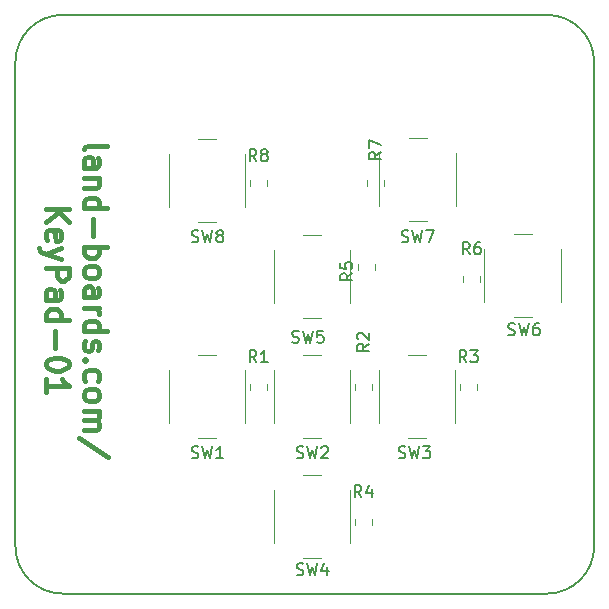
<source format=gto>
G04 #@! TF.GenerationSoftware,KiCad,Pcbnew,(5.0.2)-1*
G04 #@! TF.CreationDate,2019-09-26T13:37:58-04:00*
G04 #@! TF.ProjectId,JoyPad,4a6f7950-6164-42e6-9b69-6361645f7063,X1*
G04 #@! TF.SameCoordinates,Original*
G04 #@! TF.FileFunction,Legend,Top*
G04 #@! TF.FilePolarity,Positive*
%FSLAX46Y46*%
G04 Gerber Fmt 4.6, Leading zero omitted, Abs format (unit mm)*
G04 Created by KiCad (PCBNEW (5.0.2)-1) date 9/26/2019 1:37:58 PM*
%MOMM*%
%LPD*%
G01*
G04 APERTURE LIST*
%ADD10C,0.381000*%
%ADD11C,0.120000*%
%ADD12C,0.150000*%
G04 APERTURE END LIST*
D10*
X5837464Y-11384642D02*
X5928178Y-11203214D01*
X6109607Y-11112499D01*
X7742464Y-11112499D01*
X5837464Y-12926785D02*
X6835321Y-12926785D01*
X7016750Y-12836071D01*
X7107464Y-12654642D01*
X7107464Y-12291785D01*
X7016750Y-12110357D01*
X5928178Y-12926785D02*
X5837464Y-12745357D01*
X5837464Y-12291785D01*
X5928178Y-12110357D01*
X6109607Y-12019642D01*
X6291035Y-12019642D01*
X6472464Y-12110357D01*
X6563178Y-12291785D01*
X6563178Y-12745357D01*
X6653892Y-12926785D01*
X7107464Y-13833928D02*
X5837464Y-13833928D01*
X6926035Y-13833928D02*
X7016750Y-13924642D01*
X7107464Y-14106071D01*
X7107464Y-14378214D01*
X7016750Y-14559642D01*
X6835321Y-14650357D01*
X5837464Y-14650357D01*
X5837464Y-16373928D02*
X7742464Y-16373928D01*
X5928178Y-16373928D02*
X5837464Y-16192499D01*
X5837464Y-15829642D01*
X5928178Y-15648214D01*
X6018892Y-15557499D01*
X6200321Y-15466785D01*
X6744607Y-15466785D01*
X6926035Y-15557499D01*
X7016750Y-15648214D01*
X7107464Y-15829642D01*
X7107464Y-16192499D01*
X7016750Y-16373928D01*
X6563178Y-17281071D02*
X6563178Y-18732499D01*
X5837464Y-19639642D02*
X7742464Y-19639642D01*
X7016750Y-19639642D02*
X7107464Y-19821071D01*
X7107464Y-20183928D01*
X7016750Y-20365357D01*
X6926035Y-20456071D01*
X6744607Y-20546785D01*
X6200321Y-20546785D01*
X6018892Y-20456071D01*
X5928178Y-20365357D01*
X5837464Y-20183928D01*
X5837464Y-19821071D01*
X5928178Y-19639642D01*
X5837464Y-21635357D02*
X5928178Y-21453928D01*
X6018892Y-21363214D01*
X6200321Y-21272500D01*
X6744607Y-21272500D01*
X6926035Y-21363214D01*
X7016750Y-21453928D01*
X7107464Y-21635357D01*
X7107464Y-21907500D01*
X7016750Y-22088928D01*
X6926035Y-22179642D01*
X6744607Y-22270357D01*
X6200321Y-22270357D01*
X6018892Y-22179642D01*
X5928178Y-22088928D01*
X5837464Y-21907500D01*
X5837464Y-21635357D01*
X5837464Y-23903214D02*
X6835321Y-23903214D01*
X7016750Y-23812500D01*
X7107464Y-23631071D01*
X7107464Y-23268214D01*
X7016750Y-23086785D01*
X5928178Y-23903214D02*
X5837464Y-23721785D01*
X5837464Y-23268214D01*
X5928178Y-23086785D01*
X6109607Y-22996071D01*
X6291035Y-22996071D01*
X6472464Y-23086785D01*
X6563178Y-23268214D01*
X6563178Y-23721785D01*
X6653892Y-23903214D01*
X5837464Y-24810357D02*
X7107464Y-24810357D01*
X6744607Y-24810357D02*
X6926035Y-24901071D01*
X7016750Y-24991785D01*
X7107464Y-25173214D01*
X7107464Y-25354642D01*
X5837464Y-26806071D02*
X7742464Y-26806071D01*
X5928178Y-26806071D02*
X5837464Y-26624642D01*
X5837464Y-26261785D01*
X5928178Y-26080357D01*
X6018892Y-25989642D01*
X6200321Y-25898928D01*
X6744607Y-25898928D01*
X6926035Y-25989642D01*
X7016750Y-26080357D01*
X7107464Y-26261785D01*
X7107464Y-26624642D01*
X7016750Y-26806071D01*
X5928178Y-27622500D02*
X5837464Y-27803928D01*
X5837464Y-28166785D01*
X5928178Y-28348214D01*
X6109607Y-28438928D01*
X6200321Y-28438928D01*
X6381749Y-28348214D01*
X6472464Y-28166785D01*
X6472464Y-27894642D01*
X6563178Y-27713214D01*
X6744607Y-27622500D01*
X6835321Y-27622500D01*
X7016749Y-27713214D01*
X7107464Y-27894642D01*
X7107464Y-28166785D01*
X7016749Y-28348214D01*
X6018892Y-29255357D02*
X5928178Y-29346071D01*
X5837464Y-29255357D01*
X5928178Y-29164642D01*
X6018892Y-29255357D01*
X5837464Y-29255357D01*
X5928178Y-30978928D02*
X5837464Y-30797500D01*
X5837464Y-30434642D01*
X5928178Y-30253214D01*
X6018892Y-30162500D01*
X6200321Y-30071785D01*
X6744607Y-30071785D01*
X6926035Y-30162500D01*
X7016749Y-30253214D01*
X7107464Y-30434642D01*
X7107464Y-30797500D01*
X7016749Y-30978928D01*
X5837464Y-32067500D02*
X5928178Y-31886071D01*
X6018892Y-31795357D01*
X6200321Y-31704642D01*
X6744607Y-31704642D01*
X6926035Y-31795357D01*
X7016749Y-31886071D01*
X7107464Y-32067500D01*
X7107464Y-32339642D01*
X7016749Y-32521071D01*
X6926035Y-32611785D01*
X6744607Y-32702500D01*
X6200321Y-32702500D01*
X6018892Y-32611785D01*
X5928178Y-32521071D01*
X5837464Y-32339642D01*
X5837464Y-32067500D01*
X5837464Y-33518928D02*
X7107464Y-33518928D01*
X6926035Y-33518928D02*
X7016749Y-33609642D01*
X7107464Y-33791071D01*
X7107464Y-34063214D01*
X7016749Y-34244642D01*
X6835321Y-34335357D01*
X5837464Y-34335357D01*
X6835321Y-34335357D02*
X7016749Y-34426071D01*
X7107464Y-34607500D01*
X7107464Y-34879642D01*
X7016749Y-35061071D01*
X6835321Y-35151785D01*
X5837464Y-35151785D01*
X7833178Y-37419642D02*
X5383892Y-35786785D01*
X2598964Y-16419285D02*
X4503964Y-16419285D01*
X2598964Y-17507857D02*
X3687535Y-16691428D01*
X4503964Y-17507857D02*
X3415392Y-16419285D01*
X2689678Y-19050000D02*
X2598964Y-18868571D01*
X2598964Y-18505714D01*
X2689678Y-18324285D01*
X2871107Y-18233571D01*
X3596821Y-18233571D01*
X3778250Y-18324285D01*
X3868964Y-18505714D01*
X3868964Y-18868571D01*
X3778250Y-19050000D01*
X3596821Y-19140714D01*
X3415392Y-19140714D01*
X3233964Y-18233571D01*
X3868964Y-19775714D02*
X2598964Y-20229285D01*
X3868964Y-20682857D02*
X2598964Y-20229285D01*
X2145392Y-20047857D01*
X2054678Y-19957142D01*
X1963964Y-19775714D01*
X2598964Y-21408571D02*
X4503964Y-21408571D01*
X4503964Y-22134285D01*
X4413250Y-22315714D01*
X4322535Y-22406428D01*
X4141107Y-22497142D01*
X3868964Y-22497142D01*
X3687535Y-22406428D01*
X3596821Y-22315714D01*
X3506107Y-22134285D01*
X3506107Y-21408571D01*
X2598964Y-24130000D02*
X3596821Y-24130000D01*
X3778250Y-24039285D01*
X3868964Y-23857857D01*
X3868964Y-23495000D01*
X3778250Y-23313571D01*
X2689678Y-24130000D02*
X2598964Y-23948571D01*
X2598964Y-23495000D01*
X2689678Y-23313571D01*
X2871107Y-23222857D01*
X3052535Y-23222857D01*
X3233964Y-23313571D01*
X3324678Y-23495000D01*
X3324678Y-23948571D01*
X3415392Y-24130000D01*
X2598964Y-25853571D02*
X4503964Y-25853571D01*
X2689678Y-25853571D02*
X2598964Y-25672142D01*
X2598964Y-25309285D01*
X2689678Y-25127857D01*
X2780392Y-25037142D01*
X2961821Y-24946428D01*
X3506107Y-24946428D01*
X3687535Y-25037142D01*
X3778250Y-25127857D01*
X3868964Y-25309285D01*
X3868964Y-25672142D01*
X3778249Y-25853571D01*
X3324678Y-26760714D02*
X3324678Y-28212142D01*
X4503964Y-29482142D02*
X4503964Y-29663571D01*
X4413249Y-29845000D01*
X4322535Y-29935714D01*
X4141107Y-30026428D01*
X3778249Y-30117142D01*
X3324678Y-30117142D01*
X2961821Y-30026428D01*
X2780392Y-29935714D01*
X2689678Y-29845000D01*
X2598964Y-29663571D01*
X2598964Y-29482142D01*
X2689678Y-29300714D01*
X2780392Y-29210000D01*
X2961821Y-29119285D01*
X3324678Y-29028571D01*
X3778249Y-29028571D01*
X4141107Y-29119285D01*
X4322535Y-29210000D01*
X4413249Y-29300714D01*
X4503964Y-29482142D01*
X2598964Y-31931428D02*
X2598964Y-30842857D01*
X2598964Y-31387142D02*
X4503964Y-31387142D01*
X4231821Y-31205714D01*
X4050392Y-31024285D01*
X3959678Y-30842857D01*
D11*
G04 #@! TO.C,R1*
X21284000Y-31757252D02*
X21284000Y-31234748D01*
X19864000Y-31757252D02*
X19864000Y-31234748D01*
G04 #@! TO.C,R2*
X28754000Y-31766252D02*
X28754000Y-31243748D01*
X30174000Y-31766252D02*
X30174000Y-31243748D01*
G04 #@! TO.C,R5*
X30428000Y-21597252D02*
X30428000Y-21074748D01*
X29008000Y-21597252D02*
X29008000Y-21074748D01*
G04 #@! TO.C,R6*
X39318000Y-22613252D02*
X39318000Y-22090748D01*
X37898000Y-22613252D02*
X37898000Y-22090748D01*
G04 #@! TO.C,R7*
X29770000Y-14485252D02*
X29770000Y-13962748D01*
X31190000Y-14485252D02*
X31190000Y-13962748D01*
G04 #@! TO.C,R8*
X19864000Y-14485252D02*
X19864000Y-13962748D01*
X21284000Y-14485252D02*
X21284000Y-13962748D01*
G04 #@! TO.C,SW1*
X19470000Y-34560000D02*
X19470000Y-30060000D01*
X15470000Y-35810000D02*
X16970000Y-35810000D01*
X12970000Y-30060000D02*
X12970000Y-34560000D01*
X16970000Y-28810000D02*
X15470000Y-28810000D01*
G04 #@! TO.C,SW2*
X25860000Y-28810000D02*
X24360000Y-28810000D01*
X21860000Y-30060000D02*
X21860000Y-34560000D01*
X24360000Y-35810000D02*
X25860000Y-35810000D01*
X28360000Y-34560000D02*
X28360000Y-30060000D01*
G04 #@! TO.C,SW3*
X37250000Y-34560000D02*
X37250000Y-30060000D01*
X33250000Y-35810000D02*
X34750000Y-35810000D01*
X30750000Y-30060000D02*
X30750000Y-34560000D01*
X34750000Y-28810000D02*
X33250000Y-28810000D01*
G04 #@! TO.C,SW4*
X25860000Y-38970000D02*
X24360000Y-38970000D01*
X21860000Y-40220000D02*
X21860000Y-44720000D01*
X24360000Y-45970000D02*
X25860000Y-45970000D01*
X28360000Y-44720000D02*
X28360000Y-40220000D01*
G04 #@! TO.C,SW5*
X28360000Y-24400000D02*
X28360000Y-19900000D01*
X24360000Y-25650000D02*
X25860000Y-25650000D01*
X21860000Y-19900000D02*
X21860000Y-24400000D01*
X25860000Y-18650000D02*
X24360000Y-18650000D01*
G04 #@! TO.C,SW6*
X42212000Y-25546000D02*
X43712000Y-25546000D01*
X46212000Y-24296000D02*
X46212000Y-19796000D01*
X43712000Y-18546000D02*
X42212000Y-18546000D01*
X39712000Y-19796000D02*
X39712000Y-24296000D01*
G04 #@! TO.C,SW7*
X30822000Y-11668000D02*
X30822000Y-16168000D01*
X34822000Y-10418000D02*
X33322000Y-10418000D01*
X37322000Y-16168000D02*
X37322000Y-11668000D01*
X33322000Y-17418000D02*
X34822000Y-17418000D01*
G04 #@! TO.C,SW8*
X16970000Y-10522000D02*
X15470000Y-10522000D01*
X12970000Y-11772000D02*
X12970000Y-16272000D01*
X15470000Y-17522000D02*
X16970000Y-17522000D01*
X19470000Y-16272000D02*
X19470000Y-11772000D01*
G04 #@! TO.C,R3*
X39064000Y-31757252D02*
X39064000Y-31234748D01*
X37644000Y-31757252D02*
X37644000Y-31234748D01*
G04 #@! TO.C,R4*
X28754000Y-43187252D02*
X28754000Y-42664748D01*
X30174000Y-43187252D02*
X30174000Y-42664748D01*
D12*
G04 #@! TO.C,BD-49X49*
X4000000Y0D02*
G75*
G03X0Y-4000000I0J-4000000D01*
G01*
X49000000Y-4000000D02*
G75*
G03X45000000Y0I-4000000J0D01*
G01*
X45000000Y-49000000D02*
G75*
G03X49000000Y-45000000I0J4000000D01*
G01*
X0Y-45000000D02*
G75*
G03X4000000Y-49000000I4000000J0D01*
G01*
X49000000Y-45000000D02*
X49000000Y-4000000D01*
X45000000Y0D02*
X4000000Y0D01*
X0Y-4000000D02*
X0Y-45000000D01*
X4000000Y-49000000D02*
X45000000Y-49000000D01*
G04 #@! TO.C,R1*
X20407333Y-29408380D02*
X20074000Y-28932190D01*
X19835904Y-29408380D02*
X19835904Y-28408380D01*
X20216857Y-28408380D01*
X20312095Y-28456000D01*
X20359714Y-28503619D01*
X20407333Y-28598857D01*
X20407333Y-28741714D01*
X20359714Y-28836952D01*
X20312095Y-28884571D01*
X20216857Y-28932190D01*
X19835904Y-28932190D01*
X21359714Y-29408380D02*
X20788285Y-29408380D01*
X21074000Y-29408380D02*
X21074000Y-28408380D01*
X20978761Y-28551238D01*
X20883523Y-28646476D01*
X20788285Y-28694095D01*
G04 #@! TO.C,R2*
X29916380Y-27861666D02*
X29440190Y-28195000D01*
X29916380Y-28433095D02*
X28916380Y-28433095D01*
X28916380Y-28052142D01*
X28964000Y-27956904D01*
X29011619Y-27909285D01*
X29106857Y-27861666D01*
X29249714Y-27861666D01*
X29344952Y-27909285D01*
X29392571Y-27956904D01*
X29440190Y-28052142D01*
X29440190Y-28433095D01*
X29011619Y-27480714D02*
X28964000Y-27433095D01*
X28916380Y-27337857D01*
X28916380Y-27099761D01*
X28964000Y-27004523D01*
X29011619Y-26956904D01*
X29106857Y-26909285D01*
X29202095Y-26909285D01*
X29344952Y-26956904D01*
X29916380Y-27528333D01*
X29916380Y-26909285D01*
G04 #@! TO.C,R5*
X28520380Y-21883666D02*
X28044190Y-22217000D01*
X28520380Y-22455095D02*
X27520380Y-22455095D01*
X27520380Y-22074142D01*
X27568000Y-21978904D01*
X27615619Y-21931285D01*
X27710857Y-21883666D01*
X27853714Y-21883666D01*
X27948952Y-21931285D01*
X27996571Y-21978904D01*
X28044190Y-22074142D01*
X28044190Y-22455095D01*
X27520380Y-20978904D02*
X27520380Y-21455095D01*
X27996571Y-21502714D01*
X27948952Y-21455095D01*
X27901333Y-21359857D01*
X27901333Y-21121761D01*
X27948952Y-21026523D01*
X27996571Y-20978904D01*
X28091809Y-20931285D01*
X28329904Y-20931285D01*
X28425142Y-20978904D01*
X28472761Y-21026523D01*
X28520380Y-21121761D01*
X28520380Y-21359857D01*
X28472761Y-21455095D01*
X28425142Y-21502714D01*
G04 #@! TO.C,R6*
X38466733Y-20264380D02*
X38133400Y-19788190D01*
X37895304Y-20264380D02*
X37895304Y-19264380D01*
X38276257Y-19264380D01*
X38371495Y-19312000D01*
X38419114Y-19359619D01*
X38466733Y-19454857D01*
X38466733Y-19597714D01*
X38419114Y-19692952D01*
X38371495Y-19740571D01*
X38276257Y-19788190D01*
X37895304Y-19788190D01*
X39323876Y-19264380D02*
X39133400Y-19264380D01*
X39038161Y-19312000D01*
X38990542Y-19359619D01*
X38895304Y-19502476D01*
X38847685Y-19692952D01*
X38847685Y-20073904D01*
X38895304Y-20169142D01*
X38942923Y-20216761D01*
X39038161Y-20264380D01*
X39228638Y-20264380D01*
X39323876Y-20216761D01*
X39371495Y-20169142D01*
X39419114Y-20073904D01*
X39419114Y-19835809D01*
X39371495Y-19740571D01*
X39323876Y-19692952D01*
X39228638Y-19645333D01*
X39038161Y-19645333D01*
X38942923Y-19692952D01*
X38895304Y-19740571D01*
X38847685Y-19835809D01*
G04 #@! TO.C,R7*
X30932380Y-11622066D02*
X30456190Y-11955400D01*
X30932380Y-12193495D02*
X29932380Y-12193495D01*
X29932380Y-11812542D01*
X29980000Y-11717304D01*
X30027619Y-11669685D01*
X30122857Y-11622066D01*
X30265714Y-11622066D01*
X30360952Y-11669685D01*
X30408571Y-11717304D01*
X30456190Y-11812542D01*
X30456190Y-12193495D01*
X29932380Y-11288733D02*
X29932380Y-10622066D01*
X30932380Y-11050638D01*
G04 #@! TO.C,R8*
X20407333Y-12390380D02*
X20074000Y-11914190D01*
X19835904Y-12390380D02*
X19835904Y-11390380D01*
X20216857Y-11390380D01*
X20312095Y-11438000D01*
X20359714Y-11485619D01*
X20407333Y-11580857D01*
X20407333Y-11723714D01*
X20359714Y-11818952D01*
X20312095Y-11866571D01*
X20216857Y-11914190D01*
X19835904Y-11914190D01*
X20978761Y-11818952D02*
X20883523Y-11771333D01*
X20835904Y-11723714D01*
X20788285Y-11628476D01*
X20788285Y-11580857D01*
X20835904Y-11485619D01*
X20883523Y-11438000D01*
X20978761Y-11390380D01*
X21169238Y-11390380D01*
X21264476Y-11438000D01*
X21312095Y-11485619D01*
X21359714Y-11580857D01*
X21359714Y-11628476D01*
X21312095Y-11723714D01*
X21264476Y-11771333D01*
X21169238Y-11818952D01*
X20978761Y-11818952D01*
X20883523Y-11866571D01*
X20835904Y-11914190D01*
X20788285Y-12009428D01*
X20788285Y-12199904D01*
X20835904Y-12295142D01*
X20883523Y-12342761D01*
X20978761Y-12390380D01*
X21169238Y-12390380D01*
X21264476Y-12342761D01*
X21312095Y-12295142D01*
X21359714Y-12199904D01*
X21359714Y-12009428D01*
X21312095Y-11914190D01*
X21264476Y-11866571D01*
X21169238Y-11818952D01*
G04 #@! TO.C,SW1*
X14922666Y-37488761D02*
X15065523Y-37536380D01*
X15303619Y-37536380D01*
X15398857Y-37488761D01*
X15446476Y-37441142D01*
X15494095Y-37345904D01*
X15494095Y-37250666D01*
X15446476Y-37155428D01*
X15398857Y-37107809D01*
X15303619Y-37060190D01*
X15113142Y-37012571D01*
X15017904Y-36964952D01*
X14970285Y-36917333D01*
X14922666Y-36822095D01*
X14922666Y-36726857D01*
X14970285Y-36631619D01*
X15017904Y-36584000D01*
X15113142Y-36536380D01*
X15351238Y-36536380D01*
X15494095Y-36584000D01*
X15827428Y-36536380D02*
X16065523Y-37536380D01*
X16256000Y-36822095D01*
X16446476Y-37536380D01*
X16684571Y-36536380D01*
X17589333Y-37536380D02*
X17017904Y-37536380D01*
X17303619Y-37536380D02*
X17303619Y-36536380D01*
X17208380Y-36679238D01*
X17113142Y-36774476D01*
X17017904Y-36822095D01*
G04 #@! TO.C,SW2*
X23812666Y-37488761D02*
X23955523Y-37536380D01*
X24193619Y-37536380D01*
X24288857Y-37488761D01*
X24336476Y-37441142D01*
X24384095Y-37345904D01*
X24384095Y-37250666D01*
X24336476Y-37155428D01*
X24288857Y-37107809D01*
X24193619Y-37060190D01*
X24003142Y-37012571D01*
X23907904Y-36964952D01*
X23860285Y-36917333D01*
X23812666Y-36822095D01*
X23812666Y-36726857D01*
X23860285Y-36631619D01*
X23907904Y-36584000D01*
X24003142Y-36536380D01*
X24241238Y-36536380D01*
X24384095Y-36584000D01*
X24717428Y-36536380D02*
X24955523Y-37536380D01*
X25146000Y-36822095D01*
X25336476Y-37536380D01*
X25574571Y-36536380D01*
X25907904Y-36631619D02*
X25955523Y-36584000D01*
X26050761Y-36536380D01*
X26288857Y-36536380D01*
X26384095Y-36584000D01*
X26431714Y-36631619D01*
X26479333Y-36726857D01*
X26479333Y-36822095D01*
X26431714Y-36964952D01*
X25860285Y-37536380D01*
X26479333Y-37536380D01*
G04 #@! TO.C,SW3*
X32448666Y-37488761D02*
X32591523Y-37536380D01*
X32829619Y-37536380D01*
X32924857Y-37488761D01*
X32972476Y-37441142D01*
X33020095Y-37345904D01*
X33020095Y-37250666D01*
X32972476Y-37155428D01*
X32924857Y-37107809D01*
X32829619Y-37060190D01*
X32639142Y-37012571D01*
X32543904Y-36964952D01*
X32496285Y-36917333D01*
X32448666Y-36822095D01*
X32448666Y-36726857D01*
X32496285Y-36631619D01*
X32543904Y-36584000D01*
X32639142Y-36536380D01*
X32877238Y-36536380D01*
X33020095Y-36584000D01*
X33353428Y-36536380D02*
X33591523Y-37536380D01*
X33782000Y-36822095D01*
X33972476Y-37536380D01*
X34210571Y-36536380D01*
X34496285Y-36536380D02*
X35115333Y-36536380D01*
X34782000Y-36917333D01*
X34924857Y-36917333D01*
X35020095Y-36964952D01*
X35067714Y-37012571D01*
X35115333Y-37107809D01*
X35115333Y-37345904D01*
X35067714Y-37441142D01*
X35020095Y-37488761D01*
X34924857Y-37536380D01*
X34639142Y-37536380D01*
X34543904Y-37488761D01*
X34496285Y-37441142D01*
G04 #@! TO.C,SW4*
X23812666Y-47394761D02*
X23955523Y-47442380D01*
X24193619Y-47442380D01*
X24288857Y-47394761D01*
X24336476Y-47347142D01*
X24384095Y-47251904D01*
X24384095Y-47156666D01*
X24336476Y-47061428D01*
X24288857Y-47013809D01*
X24193619Y-46966190D01*
X24003142Y-46918571D01*
X23907904Y-46870952D01*
X23860285Y-46823333D01*
X23812666Y-46728095D01*
X23812666Y-46632857D01*
X23860285Y-46537619D01*
X23907904Y-46490000D01*
X24003142Y-46442380D01*
X24241238Y-46442380D01*
X24384095Y-46490000D01*
X24717428Y-46442380D02*
X24955523Y-47442380D01*
X25146000Y-46728095D01*
X25336476Y-47442380D01*
X25574571Y-46442380D01*
X26384095Y-46775714D02*
X26384095Y-47442380D01*
X26146000Y-46394761D02*
X25907904Y-47109047D01*
X26526952Y-47109047D01*
G04 #@! TO.C,SW5*
X23431666Y-27709761D02*
X23574523Y-27757380D01*
X23812619Y-27757380D01*
X23907857Y-27709761D01*
X23955476Y-27662142D01*
X24003095Y-27566904D01*
X24003095Y-27471666D01*
X23955476Y-27376428D01*
X23907857Y-27328809D01*
X23812619Y-27281190D01*
X23622142Y-27233571D01*
X23526904Y-27185952D01*
X23479285Y-27138333D01*
X23431666Y-27043095D01*
X23431666Y-26947857D01*
X23479285Y-26852619D01*
X23526904Y-26805000D01*
X23622142Y-26757380D01*
X23860238Y-26757380D01*
X24003095Y-26805000D01*
X24336428Y-26757380D02*
X24574523Y-27757380D01*
X24765000Y-27043095D01*
X24955476Y-27757380D01*
X25193571Y-26757380D01*
X26050714Y-26757380D02*
X25574523Y-26757380D01*
X25526904Y-27233571D01*
X25574523Y-27185952D01*
X25669761Y-27138333D01*
X25907857Y-27138333D01*
X26003095Y-27185952D01*
X26050714Y-27233571D01*
X26098333Y-27328809D01*
X26098333Y-27566904D01*
X26050714Y-27662142D01*
X26003095Y-27709761D01*
X25907857Y-27757380D01*
X25669761Y-27757380D01*
X25574523Y-27709761D01*
X25526904Y-27662142D01*
G04 #@! TO.C,SW6*
X41719666Y-27074761D02*
X41862523Y-27122380D01*
X42100619Y-27122380D01*
X42195857Y-27074761D01*
X42243476Y-27027142D01*
X42291095Y-26931904D01*
X42291095Y-26836666D01*
X42243476Y-26741428D01*
X42195857Y-26693809D01*
X42100619Y-26646190D01*
X41910142Y-26598571D01*
X41814904Y-26550952D01*
X41767285Y-26503333D01*
X41719666Y-26408095D01*
X41719666Y-26312857D01*
X41767285Y-26217619D01*
X41814904Y-26170000D01*
X41910142Y-26122380D01*
X42148238Y-26122380D01*
X42291095Y-26170000D01*
X42624428Y-26122380D02*
X42862523Y-27122380D01*
X43053000Y-26408095D01*
X43243476Y-27122380D01*
X43481571Y-26122380D01*
X44291095Y-26122380D02*
X44100619Y-26122380D01*
X44005380Y-26170000D01*
X43957761Y-26217619D01*
X43862523Y-26360476D01*
X43814904Y-26550952D01*
X43814904Y-26931904D01*
X43862523Y-27027142D01*
X43910142Y-27074761D01*
X44005380Y-27122380D01*
X44195857Y-27122380D01*
X44291095Y-27074761D01*
X44338714Y-27027142D01*
X44386333Y-26931904D01*
X44386333Y-26693809D01*
X44338714Y-26598571D01*
X44291095Y-26550952D01*
X44195857Y-26503333D01*
X44005380Y-26503333D01*
X43910142Y-26550952D01*
X43862523Y-26598571D01*
X43814904Y-26693809D01*
G04 #@! TO.C,SW7*
X32702666Y-19200761D02*
X32845523Y-19248380D01*
X33083619Y-19248380D01*
X33178857Y-19200761D01*
X33226476Y-19153142D01*
X33274095Y-19057904D01*
X33274095Y-18962666D01*
X33226476Y-18867428D01*
X33178857Y-18819809D01*
X33083619Y-18772190D01*
X32893142Y-18724571D01*
X32797904Y-18676952D01*
X32750285Y-18629333D01*
X32702666Y-18534095D01*
X32702666Y-18438857D01*
X32750285Y-18343619D01*
X32797904Y-18296000D01*
X32893142Y-18248380D01*
X33131238Y-18248380D01*
X33274095Y-18296000D01*
X33607428Y-18248380D02*
X33845523Y-19248380D01*
X34036000Y-18534095D01*
X34226476Y-19248380D01*
X34464571Y-18248380D01*
X34750285Y-18248380D02*
X35416952Y-18248380D01*
X34988380Y-19248380D01*
G04 #@! TO.C,SW8*
X14922666Y-19200761D02*
X15065523Y-19248380D01*
X15303619Y-19248380D01*
X15398857Y-19200761D01*
X15446476Y-19153142D01*
X15494095Y-19057904D01*
X15494095Y-18962666D01*
X15446476Y-18867428D01*
X15398857Y-18819809D01*
X15303619Y-18772190D01*
X15113142Y-18724571D01*
X15017904Y-18676952D01*
X14970285Y-18629333D01*
X14922666Y-18534095D01*
X14922666Y-18438857D01*
X14970285Y-18343619D01*
X15017904Y-18296000D01*
X15113142Y-18248380D01*
X15351238Y-18248380D01*
X15494095Y-18296000D01*
X15827428Y-18248380D02*
X16065523Y-19248380D01*
X16256000Y-18534095D01*
X16446476Y-19248380D01*
X16684571Y-18248380D01*
X17208380Y-18676952D02*
X17113142Y-18629333D01*
X17065523Y-18581714D01*
X17017904Y-18486476D01*
X17017904Y-18438857D01*
X17065523Y-18343619D01*
X17113142Y-18296000D01*
X17208380Y-18248380D01*
X17398857Y-18248380D01*
X17494095Y-18296000D01*
X17541714Y-18343619D01*
X17589333Y-18438857D01*
X17589333Y-18486476D01*
X17541714Y-18581714D01*
X17494095Y-18629333D01*
X17398857Y-18676952D01*
X17208380Y-18676952D01*
X17113142Y-18724571D01*
X17065523Y-18772190D01*
X17017904Y-18867428D01*
X17017904Y-19057904D01*
X17065523Y-19153142D01*
X17113142Y-19200761D01*
X17208380Y-19248380D01*
X17398857Y-19248380D01*
X17494095Y-19200761D01*
X17541714Y-19153142D01*
X17589333Y-19057904D01*
X17589333Y-18867428D01*
X17541714Y-18772190D01*
X17494095Y-18724571D01*
X17398857Y-18676952D01*
G04 #@! TO.C,R3*
X38187333Y-29408380D02*
X37854000Y-28932190D01*
X37615904Y-29408380D02*
X37615904Y-28408380D01*
X37996857Y-28408380D01*
X38092095Y-28456000D01*
X38139714Y-28503619D01*
X38187333Y-28598857D01*
X38187333Y-28741714D01*
X38139714Y-28836952D01*
X38092095Y-28884571D01*
X37996857Y-28932190D01*
X37615904Y-28932190D01*
X38520666Y-28408380D02*
X39139714Y-28408380D01*
X38806380Y-28789333D01*
X38949238Y-28789333D01*
X39044476Y-28836952D01*
X39092095Y-28884571D01*
X39139714Y-28979809D01*
X39139714Y-29217904D01*
X39092095Y-29313142D01*
X39044476Y-29360761D01*
X38949238Y-29408380D01*
X38663523Y-29408380D01*
X38568285Y-29360761D01*
X38520666Y-29313142D01*
G04 #@! TO.C,R4*
X29297333Y-40838380D02*
X28964000Y-40362190D01*
X28725904Y-40838380D02*
X28725904Y-39838380D01*
X29106857Y-39838380D01*
X29202095Y-39886000D01*
X29249714Y-39933619D01*
X29297333Y-40028857D01*
X29297333Y-40171714D01*
X29249714Y-40266952D01*
X29202095Y-40314571D01*
X29106857Y-40362190D01*
X28725904Y-40362190D01*
X30154476Y-40171714D02*
X30154476Y-40838380D01*
X29916380Y-39790761D02*
X29678285Y-40505047D01*
X30297333Y-40505047D01*
G04 #@! TD*
M02*

</source>
